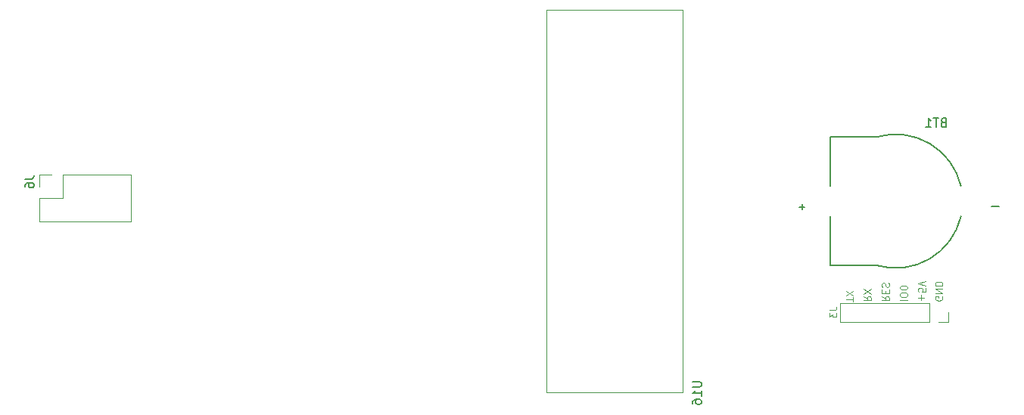
<source format=gbr>
%TF.GenerationSoftware,KiCad,Pcbnew,(6.0.0)*%
%TF.CreationDate,2023-02-03T10:22:37+01:00*%
%TF.ProjectId,boneIO - input WT32,626f6e65-494f-4202-9d20-696e70757420,rev?*%
%TF.SameCoordinates,Original*%
%TF.FileFunction,Legend,Bot*%
%TF.FilePolarity,Positive*%
%FSLAX46Y46*%
G04 Gerber Fmt 4.6, Leading zero omitted, Abs format (unit mm)*
G04 Created by KiCad (PCBNEW (6.0.0)) date 2023-02-03 10:22:37*
%MOMM*%
%LPD*%
G01*
G04 APERTURE LIST*
%ADD10C,0.100000*%
%ADD11C,0.150000*%
%ADD12C,0.127000*%
%ADD13C,0.120000*%
G04 APERTURE END LIST*
D10*
X234648095Y-96641428D02*
X235029047Y-96908095D01*
X234648095Y-97098571D02*
X235448095Y-97098571D01*
X235448095Y-96793809D01*
X235410000Y-96717618D01*
X235371904Y-96679523D01*
X235295714Y-96641428D01*
X235181428Y-96641428D01*
X235105238Y-96679523D01*
X235067142Y-96717618D01*
X235029047Y-96793809D01*
X235029047Y-97098571D01*
X235448095Y-96374761D02*
X234648095Y-95841428D01*
X235448095Y-95841428D02*
X234648095Y-96374761D01*
X233438095Y-97212856D02*
X233438095Y-96755713D01*
X232638095Y-96984285D02*
X233438095Y-96984285D01*
X233438095Y-96565237D02*
X232638095Y-96031904D01*
X233438095Y-96031904D02*
X232638095Y-96565237D01*
X243430000Y-96679523D02*
X243468095Y-96755714D01*
X243468095Y-96870000D01*
X243430000Y-96984285D01*
X243353809Y-97060476D01*
X243277619Y-97098571D01*
X243125238Y-97136666D01*
X243010952Y-97136666D01*
X242858571Y-97098571D01*
X242782380Y-97060476D01*
X242706190Y-96984285D01*
X242668095Y-96870000D01*
X242668095Y-96793809D01*
X242706190Y-96679523D01*
X242744285Y-96641428D01*
X243010952Y-96641428D01*
X243010952Y-96793809D01*
X242668095Y-96298571D02*
X243468095Y-96298571D01*
X242668095Y-95841428D01*
X243468095Y-95841428D01*
X242668095Y-95460476D02*
X243468095Y-95460476D01*
X243468095Y-95270000D01*
X243430000Y-95155714D01*
X243353809Y-95079523D01*
X243277619Y-95041428D01*
X243125238Y-95003333D01*
X243010952Y-95003333D01*
X242858571Y-95041428D01*
X242782380Y-95079523D01*
X242706190Y-95155714D01*
X242668095Y-95270000D01*
X242668095Y-95460476D01*
X236688095Y-96641429D02*
X237069047Y-96908095D01*
X236688095Y-97098571D02*
X237488095Y-97098571D01*
X237488095Y-96793810D01*
X237450000Y-96717619D01*
X237411904Y-96679524D01*
X237335714Y-96641429D01*
X237221428Y-96641429D01*
X237145238Y-96679524D01*
X237107142Y-96717619D01*
X237069047Y-96793810D01*
X237069047Y-97098571D01*
X237107142Y-96298571D02*
X237107142Y-96031905D01*
X236688095Y-95917619D02*
X236688095Y-96298571D01*
X237488095Y-96298571D01*
X237488095Y-95917619D01*
X236726190Y-95612857D02*
X236688095Y-95498571D01*
X236688095Y-95308095D01*
X236726190Y-95231905D01*
X236764285Y-95193810D01*
X236840476Y-95155714D01*
X236916666Y-95155714D01*
X236992857Y-95193810D01*
X237030952Y-95231905D01*
X237069047Y-95308095D01*
X237107142Y-95460476D01*
X237145238Y-95536667D01*
X237183333Y-95574762D01*
X237259523Y-95612857D01*
X237335714Y-95612857D01*
X237411904Y-95574762D01*
X237450000Y-95536667D01*
X237488095Y-95460476D01*
X237488095Y-95270000D01*
X237450000Y-95155714D01*
X238708095Y-97098572D02*
X239508095Y-97098572D01*
X239508095Y-96565238D02*
X239508095Y-96412857D01*
X239470000Y-96336667D01*
X239393809Y-96260476D01*
X239241428Y-96222381D01*
X238974761Y-96222381D01*
X238822380Y-96260476D01*
X238746190Y-96336667D01*
X238708095Y-96412857D01*
X238708095Y-96565238D01*
X238746190Y-96641429D01*
X238822380Y-96717619D01*
X238974761Y-96755714D01*
X239241428Y-96755714D01*
X239393809Y-96717619D01*
X239470000Y-96641429D01*
X239508095Y-96565238D01*
X239508095Y-95727143D02*
X239508095Y-95650952D01*
X239470000Y-95574762D01*
X239431904Y-95536667D01*
X239355714Y-95498572D01*
X239203333Y-95460476D01*
X239012857Y-95460476D01*
X238860476Y-95498572D01*
X238784285Y-95536667D01*
X238746190Y-95574762D01*
X238708095Y-95650952D01*
X238708095Y-95727143D01*
X238746190Y-95803333D01*
X238784285Y-95841429D01*
X238860476Y-95879524D01*
X239012857Y-95917619D01*
X239203333Y-95917619D01*
X239355714Y-95879524D01*
X239431904Y-95841429D01*
X239470000Y-95803333D01*
X239508095Y-95727143D01*
X241062857Y-97098571D02*
X241062857Y-96489047D01*
X240758095Y-96793809D02*
X241367619Y-96793809D01*
X241558095Y-95727142D02*
X241558095Y-96108095D01*
X241177142Y-96146190D01*
X241215238Y-96108095D01*
X241253333Y-96031904D01*
X241253333Y-95841428D01*
X241215238Y-95765238D01*
X241177142Y-95727142D01*
X241100952Y-95689047D01*
X240910476Y-95689047D01*
X240834285Y-95727142D01*
X240796190Y-95765238D01*
X240758095Y-95841428D01*
X240758095Y-96031904D01*
X240796190Y-96108095D01*
X240834285Y-96146190D01*
X241558095Y-95460476D02*
X240758095Y-95193809D01*
X241558095Y-94927142D01*
D11*
%TO.C,BT1*%
X243549714Y-77164571D02*
X243406857Y-77212190D01*
X243359238Y-77259809D01*
X243311619Y-77355047D01*
X243311619Y-77497904D01*
X243359238Y-77593142D01*
X243406857Y-77640761D01*
X243502095Y-77688380D01*
X243883047Y-77688380D01*
X243883047Y-76688380D01*
X243549714Y-76688380D01*
X243454476Y-76736000D01*
X243406857Y-76783619D01*
X243359238Y-76878857D01*
X243359238Y-76974095D01*
X243406857Y-77069333D01*
X243454476Y-77116952D01*
X243549714Y-77164571D01*
X243883047Y-77164571D01*
X243025904Y-76688380D02*
X242454476Y-76688380D01*
X242740190Y-77688380D02*
X242740190Y-76688380D01*
X241597333Y-77688380D02*
X242168761Y-77688380D01*
X241883047Y-77688380D02*
X241883047Y-76688380D01*
X241978285Y-76831238D01*
X242073523Y-76926476D01*
X242168761Y-76974095D01*
X249786666Y-86590000D02*
X248933333Y-86590000D01*
X228034761Y-86617142D02*
X227425238Y-86617142D01*
X227730000Y-86921904D02*
X227730000Y-86312380D01*
D10*
%TO.C,J3*%
X230811904Y-98168333D02*
X231383333Y-98168333D01*
X231497619Y-98130238D01*
X231573809Y-98054047D01*
X231611904Y-97939761D01*
X231611904Y-97863571D01*
X230811904Y-98473095D02*
X230811904Y-98968333D01*
X231116666Y-98701666D01*
X231116666Y-98815952D01*
X231154761Y-98892142D01*
X231192857Y-98930238D01*
X231269047Y-98968333D01*
X231459523Y-98968333D01*
X231535714Y-98930238D01*
X231573809Y-98892142D01*
X231611904Y-98815952D01*
X231611904Y-98587380D01*
X231573809Y-98511190D01*
X231535714Y-98473095D01*
D11*
%TO.C,U16*%
X215477380Y-106233095D02*
X216286904Y-106233095D01*
X216382142Y-106280714D01*
X216429761Y-106328333D01*
X216477380Y-106423571D01*
X216477380Y-106614048D01*
X216429761Y-106709286D01*
X216382142Y-106756905D01*
X216286904Y-106804524D01*
X215477380Y-106804524D01*
X216477380Y-107804524D02*
X216477380Y-107233095D01*
X216477380Y-107518810D02*
X215477380Y-107518810D01*
X215620238Y-107423571D01*
X215715476Y-107328333D01*
X215763095Y-107233095D01*
X215477380Y-108661667D02*
X215477380Y-108471191D01*
X215525000Y-108375952D01*
X215572619Y-108328333D01*
X215715476Y-108233095D01*
X215905952Y-108185476D01*
X216286904Y-108185476D01*
X216382142Y-108233095D01*
X216429761Y-108280714D01*
X216477380Y-108375952D01*
X216477380Y-108566429D01*
X216429761Y-108661667D01*
X216382142Y-108709286D01*
X216286904Y-108756905D01*
X216048809Y-108756905D01*
X215953571Y-108709286D01*
X215905952Y-108661667D01*
X215858333Y-108566429D01*
X215858333Y-108375952D01*
X215905952Y-108280714D01*
X215953571Y-108233095D01*
X216048809Y-108185476D01*
%TO.C,J6*%
X140822380Y-83486666D02*
X141536666Y-83486666D01*
X141679523Y-83439047D01*
X141774761Y-83343809D01*
X141822380Y-83200952D01*
X141822380Y-83105714D01*
X140822380Y-84391428D02*
X140822380Y-84200952D01*
X140870000Y-84105714D01*
X140917619Y-84058095D01*
X141060476Y-83962857D01*
X141250952Y-83915238D01*
X141631904Y-83915238D01*
X141727142Y-83962857D01*
X141774761Y-84010476D01*
X141822380Y-84105714D01*
X141822380Y-84296190D01*
X141774761Y-84391428D01*
X141727142Y-84439047D01*
X141631904Y-84486666D01*
X141393809Y-84486666D01*
X141298571Y-84439047D01*
X141250952Y-84391428D01*
X141203333Y-84296190D01*
X141203333Y-84105714D01*
X141250952Y-84010476D01*
X141298571Y-83962857D01*
X141393809Y-83915238D01*
D12*
%TO.C,BT1*%
X230920000Y-84290000D02*
X230920000Y-78790000D01*
X236120000Y-78790000D02*
X230920000Y-78790000D01*
X230920000Y-87690000D02*
X230920000Y-93190000D01*
X236120000Y-93190000D02*
X230920000Y-93190000D01*
X245519999Y-84290000D02*
G75*
G03*
X236120000Y-78790000I-7309652J-1710133D01*
G01*
X236120000Y-93190000D02*
G75*
G03*
X245520000Y-87690000I2090347J7210133D01*
G01*
D13*
%TO.C,J3*%
X244085000Y-99510000D02*
X244085000Y-98450000D01*
X242025000Y-97390000D02*
X231965000Y-97390000D01*
X243025000Y-99510000D02*
X244085000Y-99510000D01*
X242025000Y-99510000D02*
X231965000Y-99510000D01*
X231965000Y-99510000D02*
X231965000Y-97390000D01*
X242025000Y-99510000D02*
X242025000Y-97390000D01*
%TO.C,U16*%
X214360000Y-107390000D02*
X199140000Y-107390000D01*
X199140000Y-107390000D02*
X199140000Y-64590000D01*
X214360000Y-64590000D02*
X199140000Y-64590000D01*
X214360000Y-107390000D02*
X214360000Y-64590000D01*
%TO.C,J6*%
X145020000Y-83040000D02*
X152700000Y-83040000D01*
X145020000Y-85640000D02*
X142420000Y-85640000D01*
X143750000Y-83040000D02*
X142420000Y-83040000D01*
X145020000Y-83040000D02*
X145020000Y-85640000D01*
X142420000Y-88240000D02*
X152700000Y-88240000D01*
X152700000Y-83040000D02*
X152700000Y-88240000D01*
X142420000Y-85640000D02*
X142420000Y-88240000D01*
X142420000Y-83040000D02*
X142420000Y-84370000D01*
%TD*%
M02*

</source>
